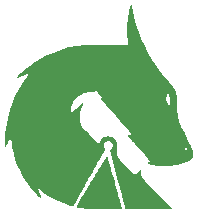
<source format=gbr>
%TF.GenerationSoftware,KiCad,Pcbnew,6.0.2+dfsg-1*%
%TF.CreationDate,2022-12-03T09:23:02-05:00*%
%TF.ProjectId,wiz5500-clone-4layer,77697a35-3530-4302-9d63-6c6f6e652d34,rev?*%
%TF.SameCoordinates,Original*%
%TF.FileFunction,Legend,Bot*%
%TF.FilePolarity,Positive*%
%FSLAX46Y46*%
G04 Gerber Fmt 4.6, Leading zero omitted, Abs format (unit mm)*
G04 Created by KiCad (PCBNEW 6.0.2+dfsg-1) date 2022-12-03 09:23:02*
%MOMM*%
%LPD*%
G01*
G04 APERTURE LIST*
G04 APERTURE END LIST*
%TO.C,G\u002A\u002A\u002A*%
G36*
X43628268Y-106809842D02*
G01*
X43628711Y-106810506D01*
X43637418Y-106835087D01*
X43655019Y-106892304D01*
X43680787Y-106979530D01*
X43713995Y-107094140D01*
X43753915Y-107233506D01*
X43799819Y-107395003D01*
X43850980Y-107576006D01*
X43906670Y-107773886D01*
X43966162Y-107986020D01*
X44028728Y-108209779D01*
X44093641Y-108442539D01*
X44160173Y-108681673D01*
X44227596Y-108924555D01*
X44295184Y-109168558D01*
X44362209Y-109411057D01*
X44427942Y-109649426D01*
X44491657Y-109881038D01*
X44552626Y-110103267D01*
X44610121Y-110313487D01*
X44663415Y-110509072D01*
X44711781Y-110687396D01*
X44754490Y-110845833D01*
X44790816Y-110981755D01*
X44820031Y-111092539D01*
X44841407Y-111175556D01*
X44854216Y-111228181D01*
X44857732Y-111247788D01*
X44852080Y-111249051D01*
X44814444Y-111251289D01*
X44743872Y-111253233D01*
X44643066Y-111254868D01*
X44514726Y-111256180D01*
X44361550Y-111257152D01*
X44186240Y-111257770D01*
X43991496Y-111258019D01*
X43780016Y-111257883D01*
X43554502Y-111257348D01*
X43317653Y-111256399D01*
X43266472Y-111256153D01*
X42993127Y-111254812D01*
X42753237Y-111253496D01*
X42543761Y-111252069D01*
X42361657Y-111250390D01*
X42203883Y-111248323D01*
X42067398Y-111245729D01*
X41949160Y-111242469D01*
X41846128Y-111238407D01*
X41755260Y-111233403D01*
X41673514Y-111227320D01*
X41597849Y-111220019D01*
X41525223Y-111211362D01*
X41452595Y-111201212D01*
X41376923Y-111189429D01*
X41295165Y-111175877D01*
X41204280Y-111160416D01*
X41135712Y-111148564D01*
X41058500Y-111134253D01*
X41008419Y-111122844D01*
X40979773Y-111112648D01*
X40966865Y-111101974D01*
X40964002Y-111089133D01*
X40964540Y-111087424D01*
X40978413Y-111061320D01*
X41010027Y-111006453D01*
X41058014Y-110925058D01*
X41121008Y-110819372D01*
X41197639Y-110691631D01*
X41286543Y-110544073D01*
X41386350Y-110378933D01*
X41495694Y-110198448D01*
X41613207Y-110004855D01*
X41737522Y-109800391D01*
X41867272Y-109587291D01*
X42001089Y-109367793D01*
X42137607Y-109144133D01*
X42275457Y-108918549D01*
X42413272Y-108693275D01*
X42549686Y-108470549D01*
X42683330Y-108252608D01*
X42812838Y-108041688D01*
X42936842Y-107840026D01*
X43053974Y-107649858D01*
X43162868Y-107473421D01*
X43262157Y-107312951D01*
X43350472Y-107170686D01*
X43426446Y-107048861D01*
X43488713Y-106949713D01*
X43535905Y-106875479D01*
X43566654Y-106828396D01*
X43579593Y-106810700D01*
X43597467Y-106802437D01*
X43628268Y-106809842D01*
G37*
G36*
X50894777Y-106652949D02*
G01*
X50882614Y-106762817D01*
X50854096Y-106848404D01*
X50795606Y-106943306D01*
X50718678Y-107027820D01*
X50616355Y-107105847D01*
X50501338Y-107176164D01*
X50291264Y-107281705D01*
X50051341Y-107378189D01*
X49785621Y-107464048D01*
X49498157Y-107537720D01*
X49450132Y-107548451D01*
X49263307Y-107587334D01*
X49095171Y-107616471D01*
X48934616Y-107637085D01*
X48770537Y-107650399D01*
X48591824Y-107657636D01*
X48387370Y-107660019D01*
X48284653Y-107659981D01*
X48161536Y-107658908D01*
X48062945Y-107656192D01*
X47981480Y-107651347D01*
X47909738Y-107643887D01*
X47840317Y-107633325D01*
X47765816Y-107619175D01*
X47716203Y-107608606D01*
X47596247Y-107579763D01*
X47469451Y-107545563D01*
X47344426Y-107508613D01*
X47229786Y-107471521D01*
X47134143Y-107436894D01*
X47066108Y-107407340D01*
X47040538Y-107393600D01*
X47014549Y-107372901D01*
X47016258Y-107353033D01*
X47047749Y-107328793D01*
X47111105Y-107294977D01*
X47162967Y-107264632D01*
X47189178Y-107234822D01*
X47198960Y-107194916D01*
X47198828Y-107183187D01*
X47194752Y-107167332D01*
X47184853Y-107146690D01*
X47167405Y-107119196D01*
X47140683Y-107082787D01*
X47102960Y-107035399D01*
X47052510Y-106974971D01*
X46987607Y-106899437D01*
X46906525Y-106806735D01*
X46807537Y-106694801D01*
X46688919Y-106561573D01*
X46548943Y-106404986D01*
X46385883Y-106222977D01*
X46337622Y-106169151D01*
X46195999Y-106011295D01*
X46060147Y-105860013D01*
X45963164Y-105752121D01*
X50151587Y-105752121D01*
X50153086Y-105776839D01*
X50160981Y-105826775D01*
X50173816Y-105892491D01*
X50187153Y-105967956D01*
X50198757Y-106061204D01*
X50203868Y-106140567D01*
X50205568Y-106253865D01*
X50323947Y-106361735D01*
X50355716Y-106390278D01*
X50404568Y-106430082D01*
X50431831Y-106442111D01*
X50439499Y-106424699D01*
X50429565Y-106376183D01*
X50404025Y-106294899D01*
X50388493Y-106252495D01*
X50361102Y-106185172D01*
X50327026Y-106106091D01*
X50289298Y-106021796D01*
X50250950Y-105938831D01*
X50215017Y-105863740D01*
X50184530Y-105803067D01*
X50162522Y-105763355D01*
X50152026Y-105751150D01*
X50151587Y-105752121D01*
X45963164Y-105752121D01*
X45932431Y-105717931D01*
X45815219Y-105587675D01*
X45710875Y-105471872D01*
X45621765Y-105373147D01*
X45550256Y-105294128D01*
X45498714Y-105237442D01*
X45469504Y-105205713D01*
X45420042Y-105148981D01*
X45385832Y-105094653D01*
X45382262Y-105056299D01*
X45409297Y-105031299D01*
X45466900Y-105017031D01*
X45499899Y-105010606D01*
X45568780Y-104983330D01*
X45619934Y-104943887D01*
X45643715Y-104898731D01*
X45643967Y-104897279D01*
X45645627Y-104891297D01*
X45647020Y-104885895D01*
X45646800Y-104879499D01*
X45643617Y-104870536D01*
X45636123Y-104857434D01*
X45622972Y-104838620D01*
X45602814Y-104812519D01*
X45574301Y-104777561D01*
X45536086Y-104732171D01*
X45486821Y-104674777D01*
X45425157Y-104603805D01*
X45349747Y-104517682D01*
X45259243Y-104414837D01*
X45152295Y-104293695D01*
X45027558Y-104152684D01*
X44883681Y-103990230D01*
X44719318Y-103804761D01*
X44533121Y-103594704D01*
X44323740Y-103358486D01*
X44242417Y-103266690D01*
X44075214Y-103077700D01*
X43915626Y-102896977D01*
X43765351Y-102726462D01*
X43626088Y-102568094D01*
X43499536Y-102423815D01*
X43387392Y-102295566D01*
X43291355Y-102185287D01*
X43213123Y-102094918D01*
X43154394Y-102026402D01*
X43116868Y-101981678D01*
X43102242Y-101962687D01*
X43093471Y-101933826D01*
X43107201Y-101916897D01*
X43111864Y-101914322D01*
X48554699Y-101914322D01*
X48608480Y-102010606D01*
X48622229Y-102036760D01*
X48662740Y-102126954D01*
X48707738Y-102242731D01*
X48754511Y-102376484D01*
X48800349Y-102520605D01*
X48842543Y-102667491D01*
X48843528Y-102671124D01*
X48872453Y-102773212D01*
X48895752Y-102843322D01*
X48914143Y-102880733D01*
X48928345Y-102884725D01*
X48939076Y-102854577D01*
X48947055Y-102789570D01*
X48953001Y-102688982D01*
X48957631Y-102552092D01*
X48957846Y-102543930D01*
X48956715Y-102302429D01*
X48939142Y-102077672D01*
X48903296Y-101854135D01*
X48847348Y-101616292D01*
X48825915Y-101535353D01*
X48805276Y-101456497D01*
X48789619Y-101395669D01*
X48781246Y-101361736D01*
X48771826Y-101335700D01*
X48755827Y-101320082D01*
X48743951Y-101329251D01*
X48731249Y-101361736D01*
X48714197Y-101443493D01*
X48691070Y-101548567D01*
X48671094Y-101629217D01*
X48652209Y-101692831D01*
X48632355Y-101746798D01*
X48609472Y-101798506D01*
X48554699Y-101914322D01*
X43111864Y-101914322D01*
X43136056Y-101900962D01*
X43170554Y-101864785D01*
X43185184Y-101827172D01*
X43183028Y-101821767D01*
X43161771Y-101792006D01*
X43121534Y-101742680D01*
X43066940Y-101678911D01*
X43002616Y-101605818D01*
X42933186Y-101528522D01*
X42863276Y-101452145D01*
X42797509Y-101381807D01*
X42740512Y-101322628D01*
X42696908Y-101279729D01*
X42671324Y-101258232D01*
X42653397Y-101252609D01*
X42604998Y-101260649D01*
X42547768Y-101290546D01*
X42491590Y-101337918D01*
X42441606Y-101390090D01*
X42216347Y-101380703D01*
X42157574Y-101378571D01*
X42061973Y-101377678D01*
X41983642Y-101382068D01*
X41909570Y-101392743D01*
X41826747Y-101410706D01*
X41610237Y-101478082D01*
X41387525Y-101584096D01*
X41180539Y-101723614D01*
X40989352Y-101896596D01*
X40832960Y-102080941D01*
X40703272Y-102284412D01*
X40607051Y-102498693D01*
X40545922Y-102720760D01*
X40526754Y-102841798D01*
X40519465Y-102951081D01*
X40526941Y-103031218D01*
X40549006Y-103080531D01*
X40585484Y-103097341D01*
X40590650Y-103095459D01*
X40621339Y-103074791D01*
X40674109Y-103033968D01*
X40745056Y-102976303D01*
X40830278Y-102905109D01*
X40925870Y-102823699D01*
X41027928Y-102735385D01*
X41132551Y-102643482D01*
X41235833Y-102551301D01*
X41333872Y-102462157D01*
X41379920Y-102420183D01*
X41457092Y-102352505D01*
X41512474Y-102308844D01*
X41548733Y-102287455D01*
X41568534Y-102286591D01*
X41574542Y-102304507D01*
X41574450Y-102305689D01*
X41565994Y-102333498D01*
X41545785Y-102387190D01*
X41516640Y-102459548D01*
X41481372Y-102543355D01*
X41461579Y-102590495D01*
X41364902Y-102862441D01*
X41301475Y-103125644D01*
X41271384Y-103378775D01*
X41274715Y-103620510D01*
X41311556Y-103849522D01*
X41381993Y-104064484D01*
X41397724Y-104100688D01*
X41429638Y-104166526D01*
X41466591Y-104231613D01*
X41511263Y-104299277D01*
X41566334Y-104372847D01*
X41634484Y-104455653D01*
X41718393Y-104551023D01*
X41820741Y-104662287D01*
X41944208Y-104792774D01*
X42091473Y-104945812D01*
X42091969Y-104946324D01*
X42209932Y-105068354D01*
X42325670Y-105188288D01*
X42435257Y-105302046D01*
X42534771Y-105405546D01*
X42620286Y-105494706D01*
X42687877Y-105565445D01*
X42733621Y-105613681D01*
X42785010Y-105666135D01*
X42838724Y-105715981D01*
X42880130Y-105748855D01*
X42903044Y-105759438D01*
X42920684Y-105743567D01*
X42945592Y-105701253D01*
X42970455Y-105642689D01*
X43003285Y-105563529D01*
X43090753Y-105417866D01*
X43202274Y-105298711D01*
X43335267Y-105208033D01*
X43487152Y-105147803D01*
X43655347Y-105119989D01*
X43725617Y-105118005D01*
X43886370Y-105134952D01*
X44032331Y-105184185D01*
X44167140Y-105267216D01*
X44294437Y-105385558D01*
X44370020Y-105481177D01*
X44426939Y-105587947D01*
X44461003Y-105705529D01*
X44473145Y-105839145D01*
X44464296Y-105994018D01*
X44435390Y-106175373D01*
X44419410Y-106258109D01*
X44404910Y-106341318D01*
X44397112Y-106404232D01*
X44395362Y-106455864D01*
X44399007Y-106505225D01*
X44407392Y-106561327D01*
X44407990Y-106564809D01*
X44443258Y-106695823D01*
X44501756Y-106834508D01*
X44576838Y-106967306D01*
X44661862Y-107080657D01*
X44713326Y-107137714D01*
X44785976Y-107216378D01*
X44872765Y-107308981D01*
X44970647Y-107412386D01*
X45076575Y-107523453D01*
X45187502Y-107639041D01*
X45300381Y-107756012D01*
X45412165Y-107871225D01*
X45519807Y-107981541D01*
X45620261Y-108083821D01*
X45710479Y-108174924D01*
X45787415Y-108251711D01*
X45848021Y-108311044D01*
X45889252Y-108349781D01*
X45908059Y-108364783D01*
X45909997Y-108365382D01*
X45930110Y-108368718D01*
X45952343Y-108364482D01*
X45980826Y-108349694D01*
X46019688Y-108321377D01*
X46073060Y-108276550D01*
X46145070Y-108212236D01*
X46239848Y-108125456D01*
X46283399Y-108085851D01*
X46352986Y-108024738D01*
X46410869Y-107976623D01*
X46451983Y-107945653D01*
X46471262Y-107935978D01*
X46480193Y-107941553D01*
X46484906Y-107955866D01*
X46483894Y-107985532D01*
X46476860Y-108037576D01*
X46463506Y-108119025D01*
X46463251Y-108120546D01*
X46456304Y-108274035D01*
X46485718Y-108428472D01*
X46551004Y-108581274D01*
X46577581Y-108623834D01*
X46624402Y-108687212D01*
X46689125Y-108766283D01*
X46772665Y-108862007D01*
X46875934Y-108975344D01*
X46999848Y-109107253D01*
X47145319Y-109258695D01*
X47313263Y-109430630D01*
X47504592Y-109624017D01*
X47720222Y-109839816D01*
X47961065Y-110078987D01*
X48228036Y-110342490D01*
X48317732Y-110430877D01*
X48464884Y-110576250D01*
X48602758Y-110712915D01*
X48729209Y-110838720D01*
X48842091Y-110951514D01*
X48939260Y-111049144D01*
X49018570Y-111129460D01*
X49077876Y-111190310D01*
X49115033Y-111229542D01*
X49127895Y-111245005D01*
X49121977Y-111246416D01*
X49083590Y-111248791D01*
X49011151Y-111251016D01*
X48906557Y-111253074D01*
X48771706Y-111254949D01*
X48608493Y-111256625D01*
X48418816Y-111258088D01*
X48204572Y-111259319D01*
X47967657Y-111260305D01*
X47709969Y-111261029D01*
X47433404Y-111261475D01*
X47139859Y-111261627D01*
X45151823Y-111261627D01*
X45112771Y-111118150D01*
X45111453Y-111113241D01*
X45100201Y-111070032D01*
X45080604Y-110993700D01*
X45053235Y-110886515D01*
X45018671Y-110750749D01*
X44977488Y-110588673D01*
X44930262Y-110402556D01*
X44877567Y-110194671D01*
X44819980Y-109967289D01*
X44758077Y-109722679D01*
X44692432Y-109463113D01*
X44623623Y-109190862D01*
X44552224Y-108908196D01*
X44478811Y-108617387D01*
X43883902Y-106260100D01*
X43958331Y-106182912D01*
X43992625Y-106145498D01*
X44051186Y-106064095D01*
X44082834Y-105983361D01*
X44092326Y-105893004D01*
X44075269Y-105781089D01*
X44025852Y-105678446D01*
X43948495Y-105593512D01*
X43847622Y-105532798D01*
X43823214Y-105523623D01*
X43714427Y-105505108D01*
X43606927Y-105519572D01*
X43507423Y-105564261D01*
X43422626Y-105636420D01*
X43359247Y-105733294D01*
X43329589Y-105813712D01*
X43318021Y-105921543D01*
X43342388Y-106025987D01*
X43403113Y-106130871D01*
X43414412Y-106146281D01*
X43435935Y-106182456D01*
X43437391Y-106211864D01*
X43421304Y-106251206D01*
X43418442Y-106256835D01*
X43398364Y-106293965D01*
X43361984Y-106359803D01*
X43310533Y-106452172D01*
X43245243Y-106568895D01*
X43167345Y-106707794D01*
X43078070Y-106866693D01*
X42978651Y-107043413D01*
X42870318Y-107235777D01*
X42754302Y-107441609D01*
X42631836Y-107658730D01*
X42504149Y-107884963D01*
X42372475Y-108118130D01*
X42238043Y-108356056D01*
X42102086Y-108596561D01*
X41965835Y-108837469D01*
X41830521Y-109076603D01*
X41697375Y-109311784D01*
X41567630Y-109540836D01*
X41442515Y-109761581D01*
X41323263Y-109971842D01*
X41211105Y-110169442D01*
X41107273Y-110352203D01*
X41012997Y-110517947D01*
X40929509Y-110664498D01*
X40858040Y-110789678D01*
X40799823Y-110891310D01*
X40756087Y-110967215D01*
X40728065Y-111015218D01*
X40716988Y-111033140D01*
X40707557Y-111038089D01*
X40678401Y-111039031D01*
X40628078Y-111030445D01*
X40551988Y-111011449D01*
X40445530Y-110981162D01*
X40153534Y-110887915D01*
X39690521Y-110709223D01*
X39238906Y-110496703D01*
X38801745Y-110251977D01*
X38382090Y-109976667D01*
X37982997Y-109672398D01*
X37945834Y-109642244D01*
X37890958Y-109599117D01*
X37850930Y-109569472D01*
X37832531Y-109558443D01*
X37821991Y-109563302D01*
X37797419Y-109586728D01*
X37790085Y-109609414D01*
X37794642Y-109650942D01*
X37812749Y-109713454D01*
X37845403Y-109799857D01*
X37893601Y-109913057D01*
X37958340Y-110055959D01*
X37981922Y-110108096D01*
X38011130Y-110176378D01*
X38031124Y-110227896D01*
X38038536Y-110254324D01*
X38031308Y-110273003D01*
X38002239Y-110298555D01*
X37996132Y-110301325D01*
X37976808Y-110302818D01*
X37951022Y-110292013D01*
X37913756Y-110265529D01*
X37859992Y-110219986D01*
X37784710Y-110152001D01*
X37680903Y-110053859D01*
X37479649Y-109847866D01*
X37275210Y-109619488D01*
X37074457Y-109376549D01*
X36884264Y-109126874D01*
X36652086Y-108788603D01*
X36405513Y-108379078D01*
X36184310Y-107954253D01*
X35990598Y-107518944D01*
X35826496Y-107077969D01*
X35694124Y-106636145D01*
X35595601Y-106198289D01*
X35585032Y-106139070D01*
X35564121Y-106007916D01*
X35544652Y-105868624D01*
X35527676Y-105730105D01*
X35514246Y-105601270D01*
X35505416Y-105491027D01*
X35502239Y-105408289D01*
X35499367Y-105355444D01*
X35483677Y-105292233D01*
X35456002Y-105258251D01*
X35418255Y-105256940D01*
X35412179Y-105260819D01*
X35384937Y-105293540D01*
X35346006Y-105354612D01*
X35297701Y-105439833D01*
X35242339Y-105545002D01*
X35182236Y-105665919D01*
X35119709Y-105798383D01*
X35115540Y-105807431D01*
X35073994Y-105895320D01*
X35042982Y-105954652D01*
X35019112Y-105990612D01*
X34998993Y-106008385D01*
X34979233Y-106013157D01*
X34968757Y-106012843D01*
X34955697Y-106008594D01*
X34946658Y-105994908D01*
X34940698Y-105966268D01*
X34936878Y-105917158D01*
X34934257Y-105842061D01*
X34931895Y-105735461D01*
X34930932Y-105667127D01*
X34939221Y-105300476D01*
X34968933Y-104911711D01*
X35019080Y-104506866D01*
X35088676Y-104091978D01*
X35176733Y-103673083D01*
X35282263Y-103256216D01*
X35404280Y-102847414D01*
X35475142Y-102636503D01*
X35647631Y-102179548D01*
X35843443Y-101727828D01*
X36059437Y-101287542D01*
X36292474Y-100864890D01*
X36539413Y-100466072D01*
X36797116Y-100097287D01*
X36834319Y-100046881D01*
X36883727Y-99976595D01*
X36912928Y-99927803D01*
X36923957Y-99895877D01*
X36918849Y-99876188D01*
X36899638Y-99864109D01*
X36894517Y-99862666D01*
X36849271Y-99864105D01*
X36776680Y-99879337D01*
X36681883Y-99906652D01*
X36570019Y-99944339D01*
X36446229Y-99990687D01*
X36315652Y-100043985D01*
X36183426Y-100102522D01*
X36142724Y-100120548D01*
X36074716Y-100147156D01*
X36022061Y-100163263D01*
X35993667Y-100165892D01*
X35973186Y-100152865D01*
X35966824Y-100128717D01*
X35981872Y-100092523D01*
X36020141Y-100041434D01*
X36083445Y-99972601D01*
X36173597Y-99883176D01*
X36315820Y-99749465D01*
X36675042Y-99440090D01*
X37062229Y-99142755D01*
X37472341Y-98860319D01*
X37900337Y-98595638D01*
X38341177Y-98351572D01*
X38789820Y-98130977D01*
X39241227Y-97936712D01*
X39690358Y-97771634D01*
X40132171Y-97638602D01*
X40324790Y-97591330D01*
X40566564Y-97540570D01*
X40815647Y-97496356D01*
X41056175Y-97461722D01*
X41112617Y-97454725D01*
X41208845Y-97443155D01*
X41299524Y-97432969D01*
X41387494Y-97424088D01*
X41475591Y-97416431D01*
X41566656Y-97409920D01*
X41663525Y-97404475D01*
X41769038Y-97400017D01*
X41886031Y-97396465D01*
X42017345Y-97393742D01*
X42165816Y-97391766D01*
X42334284Y-97390459D01*
X42525586Y-97389742D01*
X42742561Y-97389534D01*
X42988046Y-97389756D01*
X43264881Y-97390330D01*
X43575904Y-97391175D01*
X43679962Y-97391470D01*
X43968152Y-97392202D01*
X44222125Y-97392683D01*
X44443989Y-97392888D01*
X44635851Y-97392791D01*
X44799819Y-97392369D01*
X44937998Y-97391594D01*
X45052497Y-97390443D01*
X45145423Y-97388889D01*
X45218882Y-97386908D01*
X45274981Y-97384474D01*
X45315828Y-97381563D01*
X45343529Y-97378148D01*
X45360193Y-97374205D01*
X45367925Y-97369708D01*
X45371827Y-97363776D01*
X45378469Y-97337846D01*
X45379002Y-97293151D01*
X45373262Y-97223801D01*
X45361085Y-97123907D01*
X45356195Y-97084865D01*
X45344066Y-96974914D01*
X45331592Y-96846568D01*
X45319988Y-96712742D01*
X45310470Y-96586353D01*
X45302653Y-96424796D01*
X45300465Y-96164921D01*
X45308557Y-95884092D01*
X45326162Y-95590545D01*
X45352516Y-95292517D01*
X45386856Y-94998242D01*
X45428415Y-94715958D01*
X45476431Y-94453898D01*
X45530137Y-94220300D01*
X45549400Y-94147422D01*
X45571895Y-94069167D01*
X45590441Y-94017779D01*
X45607608Y-93987813D01*
X45625965Y-93973826D01*
X45648080Y-93970373D01*
X45668901Y-93971211D01*
X45684527Y-93975002D01*
X45685134Y-93979313D01*
X45690433Y-94012404D01*
X45700303Y-94072575D01*
X45713672Y-94153304D01*
X45729465Y-94248070D01*
X45753189Y-94385009D01*
X45887432Y-95029109D01*
X46057389Y-95664915D01*
X46262416Y-96290748D01*
X46501870Y-96904929D01*
X46775109Y-97505779D01*
X47081489Y-98091621D01*
X47420366Y-98660774D01*
X47474316Y-98745138D01*
X47553763Y-98866045D01*
X47634343Y-98984119D01*
X47718668Y-99102745D01*
X47809350Y-99225310D01*
X47909000Y-99355198D01*
X48020230Y-99495796D01*
X48145652Y-99650490D01*
X48287877Y-99822664D01*
X48449518Y-100015706D01*
X48633186Y-100232999D01*
X48730707Y-100348180D01*
X48852777Y-100493277D01*
X48954690Y-100615923D01*
X49038917Y-100719340D01*
X49107933Y-100806749D01*
X49164210Y-100881372D01*
X49210223Y-100946431D01*
X49248443Y-101005147D01*
X49281344Y-101060742D01*
X49311399Y-101116437D01*
X49320303Y-101133750D01*
X49365568Y-101227551D01*
X49403685Y-101319446D01*
X49435349Y-101413759D01*
X49461257Y-101514814D01*
X49482103Y-101626936D01*
X49498584Y-101754450D01*
X49511395Y-101901681D01*
X49521233Y-102072954D01*
X49528792Y-102272592D01*
X49534769Y-102504921D01*
X49535481Y-102537364D01*
X49535645Y-102543930D01*
X49540538Y-102740223D01*
X49546395Y-102912196D01*
X49553747Y-103058644D01*
X49563292Y-103184928D01*
X49575726Y-103296407D01*
X49591746Y-103398443D01*
X49612049Y-103496395D01*
X49637332Y-103595624D01*
X49668290Y-103701490D01*
X49705622Y-103819353D01*
X49728602Y-103889047D01*
X49756136Y-103968744D01*
X49785156Y-104047602D01*
X49817192Y-104129006D01*
X49853776Y-104216338D01*
X49896440Y-104312983D01*
X49946716Y-104422322D01*
X50006134Y-104547741D01*
X50076227Y-104692621D01*
X50158526Y-104860346D01*
X50254562Y-105054300D01*
X50365868Y-105277866D01*
X50382167Y-105310585D01*
X50466292Y-105480695D01*
X50546431Y-105644737D01*
X50620764Y-105798859D01*
X50687474Y-105939208D01*
X50744742Y-106061932D01*
X50790748Y-106163176D01*
X50823674Y-106239089D01*
X50841701Y-106285817D01*
X50870820Y-106395735D01*
X50875203Y-106424699D01*
X50890781Y-106527642D01*
X50894777Y-106652949D01*
G37*
%TD*%
M02*

</source>
